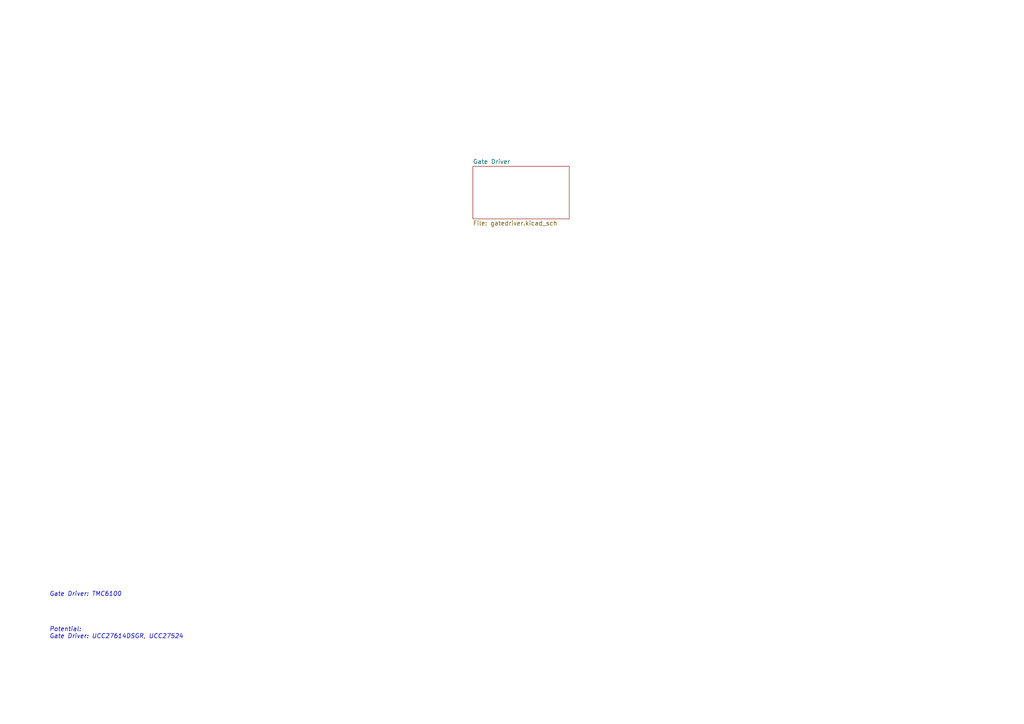
<source format=kicad_sch>
(kicad_sch (version 20211123) (generator eeschema)

  (uuid 749dfe75-c0d6-4872-9330-29c5bbcb8ff8)

  (paper "A4")

  (lib_symbols
  )


  (text "Gate Driver: TMC6100\n\n\n\n\nPotential:\nGate Driver: UCC27614DSGR, UCC27524"
    (at 14.3002 185.42 0)
    (effects (font (size 1.27 1.27) italic) (justify left bottom))
    (uuid 9b631613-8665-491a-b2ec-365bed932f1b)
  )

  (sheet (at 137.16 48.26) (size 27.94 15.24) (fields_autoplaced)
    (stroke (width 0.001) (type solid) (color 0 0 0 0))
    (fill (color 0 0 0 0.0000))
    (uuid d3864351-6d69-4ebb-89b4-b7d46648eeed)
    (property "Sheet name" "Gate Driver" (id 0) (at 137.16 47.6241 0)
      (effects (font (size 1.27 1.27)) (justify left bottom))
    )
    (property "Sheet file" "gatedriver.kicad_sch" (id 1) (at 137.16 64.0089 0)
      (effects (font (size 1.27 1.27)) (justify left top))
    )
  )

  (sheet_instances
    (path "/" (page "1"))
    (path "/d3864351-6d69-4ebb-89b4-b7d46648eeed" (page "2"))
  )

  (symbol_instances
    (path "/d3864351-6d69-4ebb-89b4-b7d46648eeed/260659f3-23ec-45b9-b93e-380772ab7aa6"
      (reference "#PWR09") (unit 1) (value "GND") (footprint "")
    )
    (path "/d3864351-6d69-4ebb-89b4-b7d46648eeed/34a2b52a-85cf-407c-b2ea-1e1bf989f4ff"
      (reference "#PWR010") (unit 1) (value "GND") (footprint "")
    )
    (path "/d3864351-6d69-4ebb-89b4-b7d46648eeed/d72a0d84-d713-4031-b41f-02fd7c63ba83"
      (reference "#PWR011") (unit 1) (value "GND") (footprint "")
    )
    (path "/d3864351-6d69-4ebb-89b4-b7d46648eeed/406a2a54-5f92-458d-8e59-7f25da017a69"
      (reference "#PWR012") (unit 1) (value "GND") (footprint "")
    )
    (path "/d3864351-6d69-4ebb-89b4-b7d46648eeed/8a48e69c-426d-4262-9bdd-2719bc53c00e"
      (reference "#PWR013") (unit 1) (value "GND") (footprint "")
    )
    (path "/d3864351-6d69-4ebb-89b4-b7d46648eeed/6d5876ab-24ae-4a62-b18a-6ec4ed12c5b7"
      (reference "#PWR014") (unit 1) (value "GND") (footprint "")
    )
    (path "/d3864351-6d69-4ebb-89b4-b7d46648eeed/78b99046-fbb0-4de7-ac91-66c26e194096"
      (reference "C11") (unit 1) (value "MotorC") (footprint "Capacitor_SMD:C_1812_4532Metric")
    )
    (path "/d3864351-6d69-4ebb-89b4-b7d46648eeed/1e47391b-0cd5-40f8-9413-ac5e7894cdc9"
      (reference "C12") (unit 1) (value "MotorC") (footprint "Capacitor_SMD:C_1812_4532Metric")
    )
    (path "/d3864351-6d69-4ebb-89b4-b7d46648eeed/c0498de3-0a8e-4e29-8376-eb0ed294cc84"
      (reference "C13") (unit 1) (value "MotorC") (footprint "Capacitor_SMD:C_1812_4532Metric_Pad1.57x3.40mm_HandSolder")
    )
    (path "/d3864351-6d69-4ebb-89b4-b7d46648eeed/2883885e-cbc7-4fb4-8c01-64dc2d3be432"
      (reference "C14") (unit 1) (value "MotorC") (footprint "Capacitor_SMD:C_Elec_8x5.4")
    )
    (path "/d3864351-6d69-4ebb-89b4-b7d46648eeed/706a28de-db4d-45af-904f-d7d7959b798c"
      (reference "C15") (unit 1) (value "MotorC") (footprint "Capacitor_SMD:C_Elec_8x5.4")
    )
    (path "/d3864351-6d69-4ebb-89b4-b7d46648eeed/f00443f7-c86f-415e-95b1-6fc3929a4ba1"
      (reference "C16") (unit 1) (value "MotorC") (footprint "Capacitor_SMD:C_Elec_8x5.4")
    )
    (path "/d3864351-6d69-4ebb-89b4-b7d46648eeed/4b6088f9-74e4-4c6f-8074-21e3ce3148a8"
      (reference "C17") (unit 1) (value "MotorC") (footprint "Capacitor_SMD:C_Elec_8x5.4")
    )
    (path "/d3864351-6d69-4ebb-89b4-b7d46648eeed/7ad660e4-1dec-4a27-9b22-ba140e72223c"
      (reference "FID1") (unit 1) (value "Fiducial") (footprint "Fiducial:Fiducial_0.5mm_Mask1mm")
    )
    (path "/d3864351-6d69-4ebb-89b4-b7d46648eeed/34f69a53-5dc4-481d-b5ca-56f5a1c4d421"
      (reference "FID2") (unit 1) (value "Fiducial") (footprint "Fiducial:Fiducial_0.5mm_Mask1mm")
    )
    (path "/d3864351-6d69-4ebb-89b4-b7d46648eeed/0864ce7e-b567-4ba2-a1fc-94615b34b5c9"
      (reference "FID3") (unit 1) (value "Fiducial") (footprint "Fiducial:Fiducial_0.5mm_Mask1mm")
    )
    (path "/d3864351-6d69-4ebb-89b4-b7d46648eeed/8dc5ff95-44ac-4648-8938-8bd5873f3e5e"
      (reference "FID4") (unit 1) (value "Fiducial") (footprint "Fiducial:Fiducial_0.5mm_Mask1mm")
    )
    (path "/d3864351-6d69-4ebb-89b4-b7d46648eeed/8356f58b-c2ab-49b1-a521-ea270311a36d"
      (reference "H1") (unit 1) (value "MountingHole") (footprint "MountingHole:MountingHole_2.7mm_M2.5")
    )
    (path "/d3864351-6d69-4ebb-89b4-b7d46648eeed/d96a1e51-a7fb-4fbc-b03c-3bb0a522e471"
      (reference "H2") (unit 1) (value "MountingHole") (footprint "MountingHole:MountingHole_2.5mm")
    )
    (path "/d3864351-6d69-4ebb-89b4-b7d46648eeed/a95d0b6e-0fb2-4411-afee-a894a16d0ece"
      (reference "H3") (unit 1) (value "MountingHole") (footprint "MountingHole:MountingHole_2.5mm")
    )
    (path "/d3864351-6d69-4ebb-89b4-b7d46648eeed/ff3cdc05-d7b3-406d-9da1-c7a746f47282"
      (reference "H4") (unit 1) (value "MountingHole") (footprint "MountingHole:MountingHole_2.5mm")
    )
    (path "/d3864351-6d69-4ebb-89b4-b7d46648eeed/f6f03c69-3ab7-43e0-baed-8d80062ab2d2"
      (reference "J1") (unit 1) (value "Conn_01x01_Male") (footprint "Connector_Wire:SolderWirePad_1x01_SMD_1x2mm")
    )
    (path "/d3864351-6d69-4ebb-89b4-b7d46648eeed/cf7b28ee-b304-4d98-a7d3-b9234279b9f3"
      (reference "J3") (unit 1) (value "Conn_01x01_Male") (footprint "Connector_Wire:SolderWirePad_1x01_SMD_1x2mm")
    )
    (path "/d3864351-6d69-4ebb-89b4-b7d46648eeed/18b07ff6-1de1-459e-b1b4-07fba01919c7"
      (reference "J5") (unit 1) (value "Conn_01x01_Male") (footprint "Connector_Wire:SolderWirePad_1x01_SMD_1x2mm")
    )
    (path "/d3864351-6d69-4ebb-89b4-b7d46648eeed/9e40a32d-8ca8-4b1a-bfb0-1f8a323a787a"
      (reference "J7") (unit 1) (value "Conn_01x01_Male") (footprint "Connector_Wire:SolderWirePad_1x01_SMD_1x2mm")
    )
    (path "/d3864351-6d69-4ebb-89b4-b7d46648eeed/2e7a1403-2513-4579-b436-f6934aaa9ce0"
      (reference "J8") (unit 1) (value "Conn_01x01_Male") (footprint "Connector_Wire:SolderWirePad_1x01_SMD_1x2mm")
    )
    (path "/d3864351-6d69-4ebb-89b4-b7d46648eeed/8db3622e-0f6a-42f8-a4ab-85b1a427b80e"
      (reference "J9") (unit 1) (value "Conn_01x01_Male") (footprint "Connector_Wire:SolderWirePad_1x01_SMD_1x2mm")
    )
    (path "/d3864351-6d69-4ebb-89b4-b7d46648eeed/e32a44ba-0aed-4b24-9da8-7759599c2314"
      (reference "J10") (unit 1) (value "Conn_01x01_Male") (footprint "Connector_Wire:SolderWirePad_1x01_SMD_1x2mm")
    )
    (path "/d3864351-6d69-4ebb-89b4-b7d46648eeed/5fb1def5-7ea8-49dc-b3a9-cbf9d869d607"
      (reference "J11") (unit 1) (value "Conn_01x01_Male") (footprint "Connector_Wire:SolderWirePad_1x01_SMD_1x2mm")
    )
    (path "/d3864351-6d69-4ebb-89b4-b7d46648eeed/6853df8c-3491-44d5-b69f-4ca9cbe94eed"
      (reference "J12") (unit 1) (value "Conn_01x01_Male") (footprint "Connector_Wire:SolderWirePad_1x01_SMD_1x2mm")
    )
    (path "/d3864351-6d69-4ebb-89b4-b7d46648eeed/e994c45d-3a23-405e-85ff-bd0cb1eccf45"
      (reference "J13") (unit 1) (value "Conn_01x01_Male") (footprint "Connector_Wire:SolderWirePad_1x01_SMD_5x10mm")
    )
    (path "/d3864351-6d69-4ebb-89b4-b7d46648eeed/0489d588-ce62-40ae-97ee-1aa4f240bc3a"
      (reference "J14") (unit 1) (value "Conn_01x01_Male") (footprint "Connector_Wire:SolderWirePad_1x01_SMD_5x10mm")
    )
    (path "/d3864351-6d69-4ebb-89b4-b7d46648eeed/e298adb2-2bbf-4321-938f-04b7053bbf39"
      (reference "J15") (unit 1) (value "Conn_01x01_Male") (footprint "Connector_Wire:SolderWirePad_1x01_SMD_5x10mm")
    )
    (path "/d3864351-6d69-4ebb-89b4-b7d46648eeed/6b0d9556-65e8-45c5-af8b-8a910e889956"
      (reference "Q1") (unit 1) (value "IRFH5010PbF") (footprint "SiFOCR:IRFH5010PbF")
    )
    (path "/d3864351-6d69-4ebb-89b4-b7d46648eeed/dcd17647-75f1-489b-b424-896dd7eec743"
      (reference "Q2") (unit 1) (value "IRFH5010PbF") (footprint "SiFOCR:IRFH5010PbF")
    )
    (path "/d3864351-6d69-4ebb-89b4-b7d46648eeed/cabd687a-ecbb-45df-b4ae-ad2f67f6952a"
      (reference "Q3") (unit 1) (value "IRFH5010PbF") (footprint "SiFOCR:IRFH5010PbF")
    )
    (path "/d3864351-6d69-4ebb-89b4-b7d46648eeed/624dc2dc-d63d-4ae5-afea-dd6933048b9a"
      (reference "Q4") (unit 1) (value "IRFH5010PbF") (footprint "SiFOCR:IRFH5010PbF")
    )
    (path "/d3864351-6d69-4ebb-89b4-b7d46648eeed/2b7fdf82-b869-4563-bf0a-ceb1cb6dfbb8"
      (reference "Q5") (unit 1) (value "IRFH5010PbF") (footprint "SiFOCR:IRFH5010PbF")
    )
    (path "/d3864351-6d69-4ebb-89b4-b7d46648eeed/7f8117a3-10c7-4d26-828e-8ab7dbb01458"
      (reference "Q6") (unit 1) (value "IRFH5010PbF") (footprint "SiFOCR:IRFH5010PbF")
    )
    (path "/d3864351-6d69-4ebb-89b4-b7d46648eeed/615ce9c4-c565-4c0d-ac1c-fafaddb743d3"
      (reference "R3") (unit 1) (value "R_Small_US") (footprint "Resistor_SMD:R_0603_1608Metric")
    )
    (path "/d3864351-6d69-4ebb-89b4-b7d46648eeed/505bd64b-c502-4cc3-854f-deb323049d8d"
      (reference "R4") (unit 1) (value "R_Small_US") (footprint "Resistor_SMD:R_0603_1608Metric")
    )
    (path "/d3864351-6d69-4ebb-89b4-b7d46648eeed/f23a2e02-9130-41ad-963c-9f238fe5a972"
      (reference "R5") (unit 1) (value "R_Small_US") (footprint "Resistor_SMD:R_0603_1608Metric")
    )
    (path "/d3864351-6d69-4ebb-89b4-b7d46648eeed/29d15072-494e-40ac-a4db-8c106a056732"
      (reference "R6") (unit 1) (value "R_Small_US") (footprint "Resistor_SMD:R_0603_1608Metric")
    )
    (path "/d3864351-6d69-4ebb-89b4-b7d46648eeed/63db7e1f-db43-4448-ada5-9d1b53b591b3"
      (reference "R7") (unit 1) (value "R_Small_US") (footprint "Resistor_SMD:R_0603_1608Metric")
    )
    (path "/d3864351-6d69-4ebb-89b4-b7d46648eeed/277ceead-f68b-414f-99d2-fbc8f05a687f"
      (reference "R8") (unit 1) (value "R_Small_US") (footprint "Resistor_SMD:R_0603_1608Metric")
    )
  )
)

</source>
